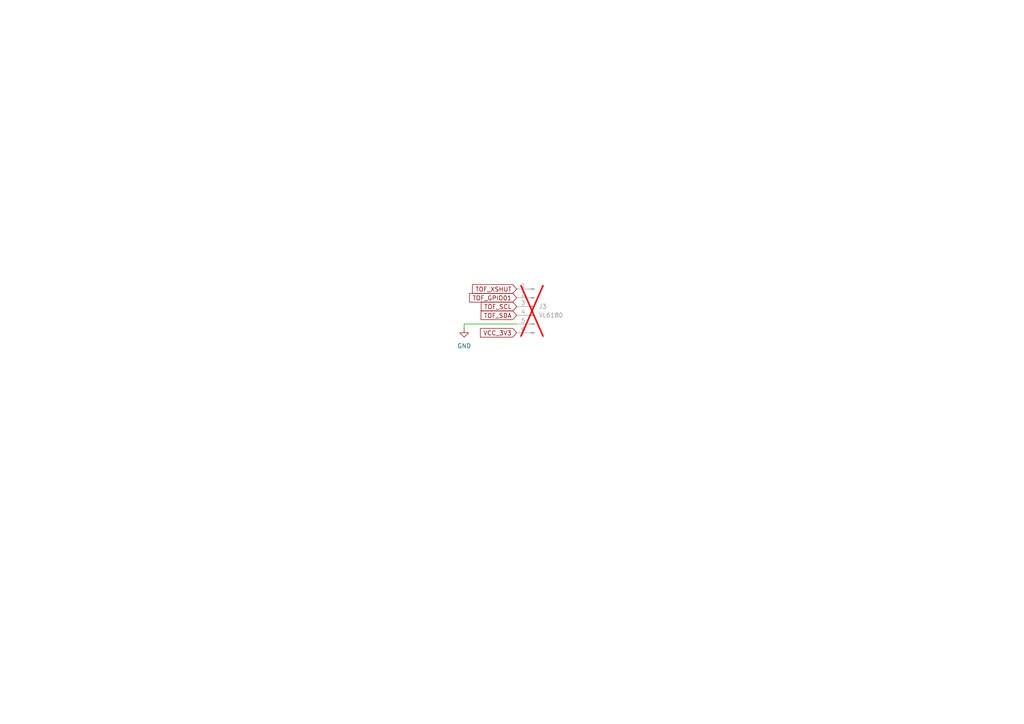
<source format=kicad_sch>
(kicad_sch (version 20231120) (generator "eeschema") (generator_version "8.0")
  (paper "A4")
  (lib_symbols
    (symbol "Connector:Conn_01x06_Pin" (pin_names (offset 1.016) hide)
      (property "Reference" "J" (at 0 7.62 0))
      (property "Value" "Conn_01x06_Pin" (at 0 -10.16 0))
      (symbol "Conn_01x06_Pin_1_1"
        (polyline (pts (xy 1.27 -7.62) (xy 0.8636 -7.62)) (stroke (width 0.1524)))
        (polyline (pts (xy 1.27 -5.08) (xy 0.8636 -5.08)) (stroke (width 0.1524)))
        (polyline (pts (xy 1.27 -2.54) (xy 0.8636 -2.54)) (stroke (width 0.1524)))
        (polyline (pts (xy 1.27 0) (xy 0.8636 0)) (stroke (width 0.1524)))
        (polyline (pts (xy 1.27 2.54) (xy 0.8636 2.54)) (stroke (width 0.1524)))
        (polyline (pts (xy 1.27 5.08) (xy 0.8636 5.08)) (stroke (width 0.1524)))
        (rectangle (start 0.8636 -7.493) (end 0 -7.747) (stroke (width 0.1524)) (fill (type outline)))
        (rectangle (start 0.8636 -4.953) (end 0 -5.207) (stroke (width 0.1524)) (fill (type outline)))
        (rectangle (start 0.8636 -2.413) (end 0 -2.667) (stroke (width 0.1524)) (fill (type outline)))
        (rectangle (start 0.8636 0.127) (end 0 -0.127) (stroke (width 0.1524)) (fill (type outline)))
        (rectangle (start 0.8636 2.667) (end 0 2.413) (stroke (width 0.1524)) (fill (type outline)))
        (rectangle (start 0.8636 5.207) (end 0 4.953) (stroke (width 0.1524)) (fill (type outline)))
        (pin passive line (at 5.08 5.08 180) (length 3.81) (name "Pin_1") (number "1"))
        (pin passive line (at 5.08 2.54 180) (length 3.81) (name "Pin_2") (number "2"))
        (pin passive line (at 5.08 0 180) (length 3.81) (name "Pin_3") (number "3"))
        (pin passive line (at 5.08 -2.54 180) (length 3.81) (name "Pin_4") (number "4"))
        (pin passive line (at 5.08 -5.08 180) (length 3.81) (name "Pin_5") (number "5"))
        (pin passive line (at 5.08 -7.62 180) (length 3.81) (name "Pin_6") (number "6"))
      )
    )
    (symbol "power:GND" (power) (pin_numbers hide) (pin_names (offset 0) hide)
      (property "Value" "GND" (at 0 -3.81 0))
      (symbol "GND_0_1"
        (polyline (pts (xy 0 0) (xy 0 -1.27) (xy 1.27 -1.27) (xy 0 -2.54) (xy -1.27 -1.27) (xy 0 -1.27)))
      )
      (symbol "GND_1_1"
        (pin power_in line (at 0 0 270) (length 0) (name "~") (number "1"))
      )
    )
  )
  (wire (pts (xy 149.86 93.98) (xy 134.62 93.98)))
  (wire (pts (xy 134.62 93.98) (xy 134.62 95.25)))
  (global_label "VCC_3V3" (shape input) (at 149.86 96.52 180) (property "Intersheetrefs" "${INTERSHEET_REFS}" (effects (hide yes))))
  (global_label "TOF_SDA" (shape input) (at 149.86 91.44 180) (property "Intersheetrefs" "${INTERSHEET_REFS}" (effects (hide yes))))
  (global_label "TOF_GPIO01" (shape input) (at 149.86 86.36 180) (property "Intersheetrefs" "${INTERSHEET_REFS}" (effects (hide yes))))
  (global_label "TOF_SCL" (shape input) (at 149.86 88.9 180) (property "Intersheetrefs" "${INTERSHEET_REFS}" (effects (hide yes))))
  (global_label "TOF_XSHUT" (shape input) (at 149.86 83.82 180) (property "Intersheetrefs" "${INTERSHEET_REFS}" (effects (hide yes))))
  (symbol (lib_id "Connector:Conn_01x06_Pin") (at 154.94 88.9 0) (mirror y) (unit 1) (dnp yes)
    (property "Reference" "J3" (at 156.21 88.8999 0) (effects (justify right)))
    (property "Value" "VL6180" (at 156.21 91.4399 0) (effects (justify right)))
    (property "Footprint" "Connector_PinHeader_2.00mm:PinHeader_1x06_P2.00mm_Vertical" (effects (hide yes)))
    (property "Description" "Generic connector, single row, 01x06, script generated" (effects (hide yes)))
  )
  (symbol (lib_id "power:GND") (at 134.62 95.25 0) (unit 1)
    (property "Reference" "#PWR034" (effects (hide yes)))
    (property "Value" "GND" (at 134.62 100.33 0))
    (property "Description" "Power symbol creates a global label with name \"GND\" , ground" (effects (hide yes)))
  )
)
</source>
